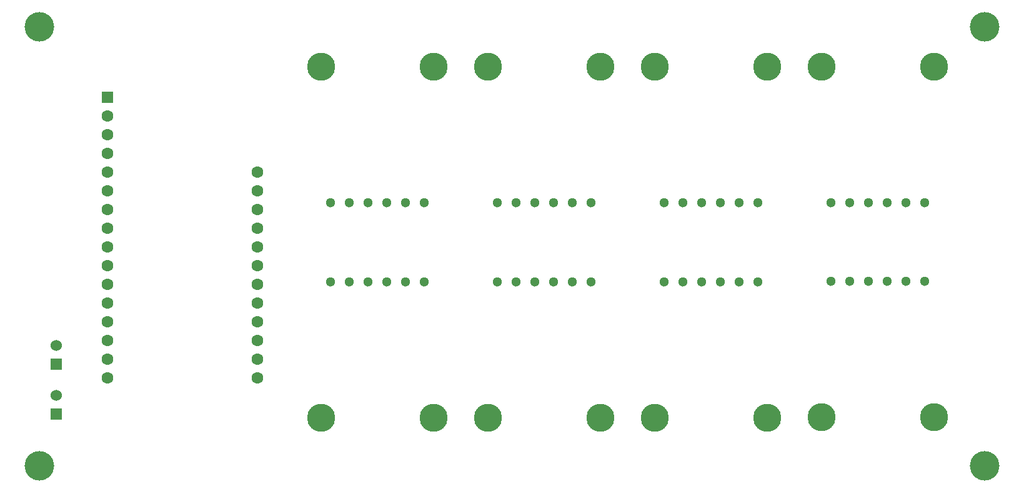
<source format=gbs>
%TF.GenerationSoftware,KiCad,Pcbnew,(6.0.5)*%
%TF.CreationDate,2022-06-06T23:13:21-07:00*%
%TF.ProjectId,tc_pcb_f,74635f70-6362-45f6-962e-6b696361645f,rev?*%
%TF.SameCoordinates,Original*%
%TF.FileFunction,Soldermask,Bot*%
%TF.FilePolarity,Negative*%
%FSLAX46Y46*%
G04 Gerber Fmt 4.6, Leading zero omitted, Abs format (unit mm)*
G04 Created by KiCad (PCBNEW (6.0.5)) date 2022-06-06 23:13:21*
%MOMM*%
%LPD*%
G01*
G04 APERTURE LIST*
%ADD10C,1.300000*%
%ADD11C,3.810000*%
%ADD12C,4.000000*%
%ADD13R,1.600000X1.600000*%
%ADD14C,1.600000*%
%ADD15R,1.524000X1.524000*%
%ADD16C,1.524000*%
G04 APERTURE END LIST*
D10*
%TO.C,U2*%
X127300000Y-94860400D03*
X124760000Y-94860400D03*
X122220000Y-94860400D03*
X119680000Y-94860400D03*
X117140000Y-94860400D03*
X114600000Y-94860400D03*
D11*
X113330000Y-113300800D03*
X128570000Y-113300800D03*
%TD*%
D10*
%TO.C,U8*%
X159824000Y-84122800D03*
X162364000Y-84122800D03*
X164904000Y-84122800D03*
X167444000Y-84122800D03*
X169984000Y-84122800D03*
X172524000Y-84122800D03*
D11*
X173794000Y-65682400D03*
X158554000Y-65682400D03*
%TD*%
D10*
%TO.C,U1*%
X104688000Y-94860400D03*
X102148000Y-94860400D03*
X99608000Y-94860400D03*
X97068000Y-94860400D03*
X94528000Y-94860400D03*
X91988000Y-94860400D03*
D11*
X90718000Y-113300800D03*
X105958000Y-113300800D03*
%TD*%
D10*
%TO.C,U3*%
X149912000Y-94860400D03*
X147372000Y-94860400D03*
X144832000Y-94860400D03*
X142292000Y-94860400D03*
X139752000Y-94860400D03*
X137212000Y-94860400D03*
D11*
X135942000Y-113300800D03*
X151182000Y-113300800D03*
%TD*%
D10*
%TO.C,U4*%
X172524000Y-94777000D03*
X169984000Y-94777000D03*
X167444000Y-94777000D03*
X164904000Y-94777000D03*
X162364000Y-94777000D03*
X159824000Y-94777000D03*
D11*
X173794000Y-113217400D03*
X158554000Y-113217400D03*
%TD*%
D10*
%TO.C,U7*%
X137212000Y-84122800D03*
X139752000Y-84122800D03*
X142292000Y-84122800D03*
X144832000Y-84122800D03*
X147372000Y-84122800D03*
X149912000Y-84122800D03*
D11*
X151182000Y-65682400D03*
X135942000Y-65682400D03*
%TD*%
D12*
%TO.C,H1*%
X52512000Y-119816600D03*
%TD*%
%TO.C,H2*%
X52512000Y-60216600D03*
%TD*%
D13*
%TO.C,A1*%
X61762000Y-69816600D03*
D14*
X61762000Y-72356600D03*
X61762000Y-74896600D03*
X61762000Y-77436600D03*
X61762000Y-79976600D03*
X61762000Y-82516600D03*
X61762000Y-85056600D03*
X61762000Y-87596600D03*
X61762000Y-90136600D03*
X61762000Y-92676600D03*
X61762000Y-95216600D03*
X61762000Y-97756600D03*
X61762000Y-100296600D03*
X61762000Y-102836600D03*
X61762000Y-105376600D03*
X61762000Y-107916600D03*
X82082000Y-107916600D03*
X82082000Y-105376600D03*
X82082000Y-102836600D03*
X82082000Y-100296600D03*
X82082000Y-97756600D03*
X82082000Y-95216600D03*
X82082000Y-92676600D03*
X82082000Y-90136600D03*
X82082000Y-87596600D03*
X82082000Y-85056600D03*
X82082000Y-82516600D03*
X82082000Y-79976600D03*
%TD*%
D10*
%TO.C,U5*%
X91988000Y-84122800D03*
X94528000Y-84122800D03*
X97068000Y-84122800D03*
X99608000Y-84122800D03*
X102148000Y-84122800D03*
X104688000Y-84122800D03*
D11*
X90718000Y-65682400D03*
X105958000Y-65682400D03*
%TD*%
D12*
%TO.C,H4*%
X180662000Y-119816600D03*
%TD*%
%TO.C,H3*%
X180662000Y-60216600D03*
%TD*%
D10*
%TO.C,U6*%
X114600000Y-84122800D03*
X117140000Y-84122800D03*
X119680000Y-84122800D03*
X122220000Y-84122800D03*
X124760000Y-84122800D03*
X127300000Y-84122800D03*
D11*
X128570000Y-65682400D03*
X113330000Y-65682400D03*
%TD*%
D15*
%TO.C,J1*%
X54840000Y-112840000D03*
D16*
X54840000Y-110300000D03*
%TD*%
D15*
%TO.C,J2*%
X54840000Y-106045000D03*
D16*
X54840000Y-103505000D03*
%TD*%
M02*

</source>
